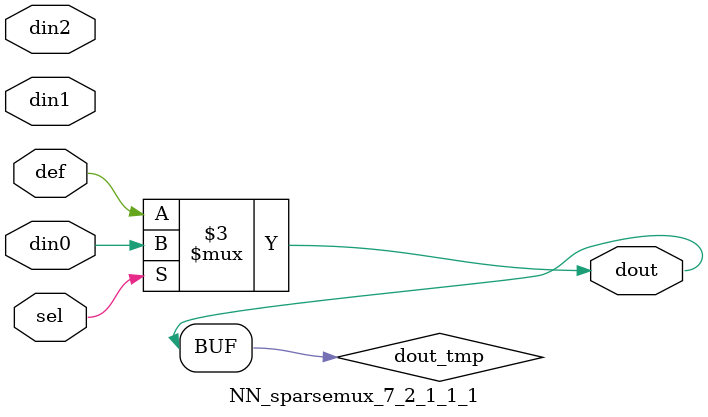
<source format=v>
`timescale 1ns / 1ps

module NN_sparsemux_7_2_1_1_1 (din0,din1,din2,def,sel,dout);

parameter din0_WIDTH = 1;

parameter din1_WIDTH = 1;

parameter din2_WIDTH = 1;

parameter def_WIDTH = 1;
parameter sel_WIDTH = 1;
parameter dout_WIDTH = 1;

parameter [sel_WIDTH-1:0] CASE0 = 1;

parameter [sel_WIDTH-1:0] CASE1 = 1;

parameter [sel_WIDTH-1:0] CASE2 = 1;

parameter ID = 1;
parameter NUM_STAGE = 1;



input [din0_WIDTH-1:0] din0;

input [din1_WIDTH-1:0] din1;

input [din2_WIDTH-1:0] din2;

input [def_WIDTH-1:0] def;
input [sel_WIDTH-1:0] sel;

output [dout_WIDTH-1:0] dout;



reg [dout_WIDTH-1:0] dout_tmp;


always @ (*) begin
(* parallel_case *) case (sel)
    
    CASE0 : dout_tmp = din0;
    
    CASE1 : dout_tmp = din1;
    
    CASE2 : dout_tmp = din2;
    
    default : dout_tmp = def;
endcase
end


assign dout = dout_tmp;



endmodule

</source>
